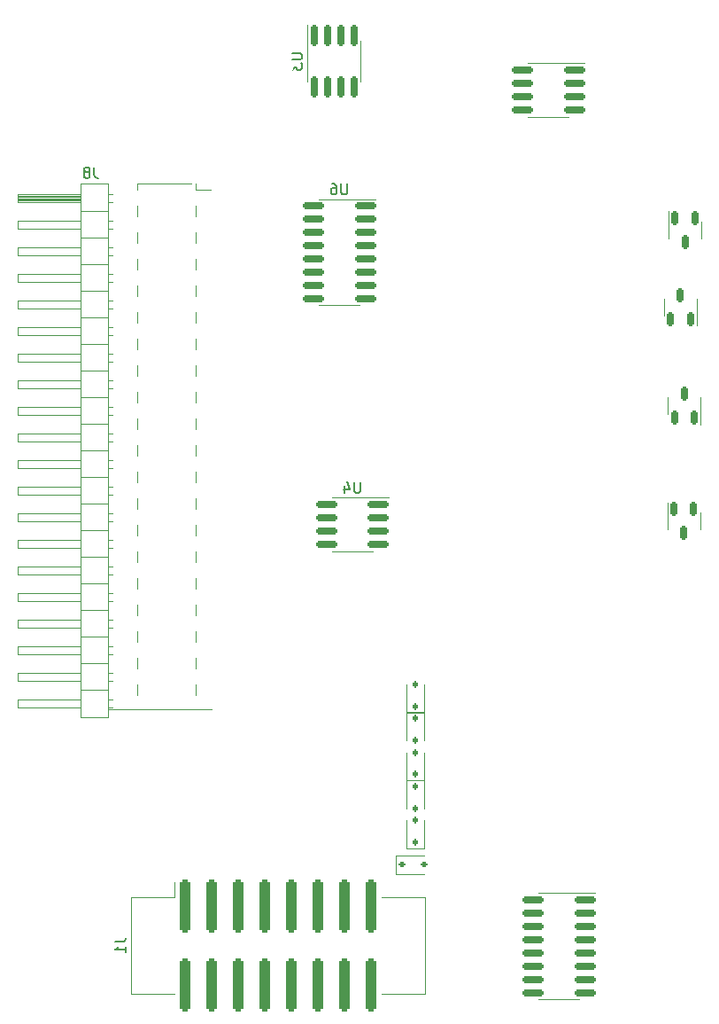
<source format=gbr>
%TF.GenerationSoftware,KiCad,Pcbnew,(7.0.0)*%
%TF.CreationDate,2023-03-28T06:18:24-07:00*%
%TF.ProjectId,wyw_r,7779775f-722e-46b6-9963-61645f706362,rev?*%
%TF.SameCoordinates,Original*%
%TF.FileFunction,Legend,Bot*%
%TF.FilePolarity,Positive*%
%FSLAX46Y46*%
G04 Gerber Fmt 4.6, Leading zero omitted, Abs format (unit mm)*
G04 Created by KiCad (PCBNEW (7.0.0)) date 2023-03-28 06:18:24*
%MOMM*%
%LPD*%
G01*
G04 APERTURE LIST*
G04 Aperture macros list*
%AMRoundRect*
0 Rectangle with rounded corners*
0 $1 Rounding radius*
0 $2 $3 $4 $5 $6 $7 $8 $9 X,Y pos of 4 corners*
0 Add a 4 corners polygon primitive as box body*
4,1,4,$2,$3,$4,$5,$6,$7,$8,$9,$2,$3,0*
0 Add four circle primitives for the rounded corners*
1,1,$1+$1,$2,$3*
1,1,$1+$1,$4,$5*
1,1,$1+$1,$6,$7*
1,1,$1+$1,$8,$9*
0 Add four rect primitives between the rounded corners*
20,1,$1+$1,$2,$3,$4,$5,0*
20,1,$1+$1,$4,$5,$6,$7,0*
20,1,$1+$1,$6,$7,$8,$9,0*
20,1,$1+$1,$8,$9,$2,$3,0*%
G04 Aperture macros list end*
%ADD10C,0.150000*%
%ADD11C,0.120000*%
%ADD12C,0.100000*%
%ADD13R,1.700000X1.700000*%
%ADD14O,1.700000X1.700000*%
%ADD15RoundRect,0.112500X-0.112500X0.187500X-0.112500X-0.187500X0.112500X-0.187500X0.112500X0.187500X0*%
%ADD16RoundRect,0.150000X-0.150000X0.825000X-0.150000X-0.825000X0.150000X-0.825000X0.150000X0.825000X0*%
%ADD17R,3.150000X1.000000*%
%ADD18RoundRect,0.112500X0.112500X-0.187500X0.112500X0.187500X-0.112500X0.187500X-0.112500X-0.187500X0*%
%ADD19RoundRect,0.150000X0.825000X0.150000X-0.825000X0.150000X-0.825000X-0.150000X0.825000X-0.150000X0*%
%ADD20R,2.290000X3.000000*%
%ADD21RoundRect,0.255000X-0.255000X2.245000X-0.255000X-2.245000X0.255000X-2.245000X0.255000X2.245000X0*%
%ADD22RoundRect,0.150000X0.150000X-0.512500X0.150000X0.512500X-0.150000X0.512500X-0.150000X-0.512500X0*%
%ADD23RoundRect,0.150000X0.850000X0.150000X-0.850000X0.150000X-0.850000X-0.150000X0.850000X-0.150000X0*%
%ADD24RoundRect,0.150000X-0.150000X0.512500X-0.150000X-0.512500X0.150000X-0.512500X0.150000X0.512500X0*%
%ADD25RoundRect,0.112500X-0.187500X-0.112500X0.187500X-0.112500X0.187500X0.112500X-0.187500X0.112500X0*%
G04 APERTURE END LIST*
D10*
%TO.C,U3*%
X37467380Y-44988095D02*
X38276904Y-44988095D01*
X38276904Y-44988095D02*
X38372142Y-45035714D01*
X38372142Y-45035714D02*
X38419761Y-45083333D01*
X38419761Y-45083333D02*
X38467380Y-45178571D01*
X38467380Y-45178571D02*
X38467380Y-45369047D01*
X38467380Y-45369047D02*
X38419761Y-45464285D01*
X38419761Y-45464285D02*
X38372142Y-45511904D01*
X38372142Y-45511904D02*
X38276904Y-45559523D01*
X38276904Y-45559523D02*
X37467380Y-45559523D01*
X37467380Y-45940476D02*
X37467380Y-46559523D01*
X37467380Y-46559523D02*
X37848333Y-46226190D01*
X37848333Y-46226190D02*
X37848333Y-46369047D01*
X37848333Y-46369047D02*
X37895952Y-46464285D01*
X37895952Y-46464285D02*
X37943571Y-46511904D01*
X37943571Y-46511904D02*
X38038809Y-46559523D01*
X38038809Y-46559523D02*
X38276904Y-46559523D01*
X38276904Y-46559523D02*
X38372142Y-46511904D01*
X38372142Y-46511904D02*
X38419761Y-46464285D01*
X38419761Y-46464285D02*
X38467380Y-46369047D01*
X38467380Y-46369047D02*
X38467380Y-46083333D01*
X38467380Y-46083333D02*
X38419761Y-45988095D01*
X38419761Y-45988095D02*
X38372142Y-45940476D01*
%TO.C,J8*%
X18578333Y-55897380D02*
X18578333Y-56611666D01*
X18578333Y-56611666D02*
X18625952Y-56754523D01*
X18625952Y-56754523D02*
X18721190Y-56849761D01*
X18721190Y-56849761D02*
X18864047Y-56897380D01*
X18864047Y-56897380D02*
X18959285Y-56897380D01*
X17959285Y-56325952D02*
X18054523Y-56278333D01*
X18054523Y-56278333D02*
X18102142Y-56230714D01*
X18102142Y-56230714D02*
X18149761Y-56135476D01*
X18149761Y-56135476D02*
X18149761Y-56087857D01*
X18149761Y-56087857D02*
X18102142Y-55992619D01*
X18102142Y-55992619D02*
X18054523Y-55945000D01*
X18054523Y-55945000D02*
X17959285Y-55897380D01*
X17959285Y-55897380D02*
X17768809Y-55897380D01*
X17768809Y-55897380D02*
X17673571Y-55945000D01*
X17673571Y-55945000D02*
X17625952Y-55992619D01*
X17625952Y-55992619D02*
X17578333Y-56087857D01*
X17578333Y-56087857D02*
X17578333Y-56135476D01*
X17578333Y-56135476D02*
X17625952Y-56230714D01*
X17625952Y-56230714D02*
X17673571Y-56278333D01*
X17673571Y-56278333D02*
X17768809Y-56325952D01*
X17768809Y-56325952D02*
X17959285Y-56325952D01*
X17959285Y-56325952D02*
X18054523Y-56373571D01*
X18054523Y-56373571D02*
X18102142Y-56421190D01*
X18102142Y-56421190D02*
X18149761Y-56516428D01*
X18149761Y-56516428D02*
X18149761Y-56706904D01*
X18149761Y-56706904D02*
X18102142Y-56802142D01*
X18102142Y-56802142D02*
X18054523Y-56849761D01*
X18054523Y-56849761D02*
X17959285Y-56897380D01*
X17959285Y-56897380D02*
X17768809Y-56897380D01*
X17768809Y-56897380D02*
X17673571Y-56849761D01*
X17673571Y-56849761D02*
X17625952Y-56802142D01*
X17625952Y-56802142D02*
X17578333Y-56706904D01*
X17578333Y-56706904D02*
X17578333Y-56516428D01*
X17578333Y-56516428D02*
X17625952Y-56421190D01*
X17625952Y-56421190D02*
X17673571Y-56373571D01*
X17673571Y-56373571D02*
X17768809Y-56325952D01*
%TO.C,J1*%
X20547380Y-129866666D02*
X21261666Y-129866666D01*
X21261666Y-129866666D02*
X21404523Y-129819047D01*
X21404523Y-129819047D02*
X21499761Y-129723809D01*
X21499761Y-129723809D02*
X21547380Y-129580952D01*
X21547380Y-129580952D02*
X21547380Y-129485714D01*
X21547380Y-130866666D02*
X21547380Y-130295238D01*
X21547380Y-130580952D02*
X20547380Y-130580952D01*
X20547380Y-130580952D02*
X20690238Y-130485714D01*
X20690238Y-130485714D02*
X20785476Y-130390476D01*
X20785476Y-130390476D02*
X20833095Y-130295238D01*
%TO.C,U4*%
X44011904Y-85967380D02*
X44011904Y-86776904D01*
X44011904Y-86776904D02*
X43964285Y-86872142D01*
X43964285Y-86872142D02*
X43916666Y-86919761D01*
X43916666Y-86919761D02*
X43821428Y-86967380D01*
X43821428Y-86967380D02*
X43630952Y-86967380D01*
X43630952Y-86967380D02*
X43535714Y-86919761D01*
X43535714Y-86919761D02*
X43488095Y-86872142D01*
X43488095Y-86872142D02*
X43440476Y-86776904D01*
X43440476Y-86776904D02*
X43440476Y-85967380D01*
X42535714Y-86300714D02*
X42535714Y-86967380D01*
X42773809Y-85919761D02*
X43011904Y-86634047D01*
X43011904Y-86634047D02*
X42392857Y-86634047D01*
%TO.C,U6*%
X42761904Y-57467380D02*
X42761904Y-58276904D01*
X42761904Y-58276904D02*
X42714285Y-58372142D01*
X42714285Y-58372142D02*
X42666666Y-58419761D01*
X42666666Y-58419761D02*
X42571428Y-58467380D01*
X42571428Y-58467380D02*
X42380952Y-58467380D01*
X42380952Y-58467380D02*
X42285714Y-58419761D01*
X42285714Y-58419761D02*
X42238095Y-58372142D01*
X42238095Y-58372142D02*
X42190476Y-58276904D01*
X42190476Y-58276904D02*
X42190476Y-57467380D01*
X41285714Y-57467380D02*
X41476190Y-57467380D01*
X41476190Y-57467380D02*
X41571428Y-57515000D01*
X41571428Y-57515000D02*
X41619047Y-57562619D01*
X41619047Y-57562619D02*
X41714285Y-57705476D01*
X41714285Y-57705476D02*
X41761904Y-57895952D01*
X41761904Y-57895952D02*
X41761904Y-58276904D01*
X41761904Y-58276904D02*
X41714285Y-58372142D01*
X41714285Y-58372142D02*
X41666666Y-58419761D01*
X41666666Y-58419761D02*
X41571428Y-58467380D01*
X41571428Y-58467380D02*
X41380952Y-58467380D01*
X41380952Y-58467380D02*
X41285714Y-58419761D01*
X41285714Y-58419761D02*
X41238095Y-58372142D01*
X41238095Y-58372142D02*
X41190476Y-58276904D01*
X41190476Y-58276904D02*
X41190476Y-58038809D01*
X41190476Y-58038809D02*
X41238095Y-57943571D01*
X41238095Y-57943571D02*
X41285714Y-57895952D01*
X41285714Y-57895952D02*
X41380952Y-57848333D01*
X41380952Y-57848333D02*
X41571428Y-57848333D01*
X41571428Y-57848333D02*
X41666666Y-57895952D01*
X41666666Y-57895952D02*
X41714285Y-57943571D01*
X41714285Y-57943571D02*
X41761904Y-58038809D01*
D11*
%TO.C,D3*%
X50100000Y-114440000D02*
X50100000Y-117100000D01*
X48400000Y-114440000D02*
X50100000Y-114440000D01*
X48400000Y-114440000D02*
X48400000Y-117100000D01*
%TO.C,U3*%
X44060000Y-45750000D02*
X44060000Y-43800000D01*
X44060000Y-45750000D02*
X44060000Y-47700000D01*
X38940000Y-45750000D02*
X38940000Y-42300000D01*
X38940000Y-45750000D02*
X38940000Y-47700000D01*
%TO.C,J8*%
X29725000Y-58040000D02*
X28285000Y-58040000D01*
X28285000Y-105280000D02*
X28285000Y-106300000D01*
X28285000Y-102740000D02*
X28285000Y-103760000D01*
X28285000Y-100200000D02*
X28285000Y-101220000D01*
X28285000Y-97660000D02*
X28285000Y-98680000D01*
X28285000Y-95120000D02*
X28285000Y-96140000D01*
X28285000Y-92580000D02*
X28285000Y-93600000D01*
X28285000Y-90040000D02*
X28285000Y-91060000D01*
X28285000Y-87500000D02*
X28285000Y-88520000D01*
X28285000Y-84960000D02*
X28285000Y-85980000D01*
X28285000Y-82420000D02*
X28285000Y-83440000D01*
X28285000Y-79880000D02*
X28285000Y-80900000D01*
X28285000Y-77340000D02*
X28285000Y-78360000D01*
X28285000Y-74800000D02*
X28285000Y-75820000D01*
X28285000Y-72260000D02*
X28285000Y-73280000D01*
X28285000Y-69720000D02*
X28285000Y-70740000D01*
X28285000Y-67180000D02*
X28285000Y-68200000D01*
X28285000Y-64640000D02*
X28285000Y-65660000D01*
X28285000Y-62100000D02*
X28285000Y-63120000D01*
X28285000Y-59560000D02*
X28285000Y-60580000D01*
X28285000Y-57470000D02*
X28285000Y-58040000D01*
X27875000Y-57470000D02*
X22675000Y-57470000D01*
X22675000Y-105280000D02*
X22675000Y-106300000D01*
X22675000Y-102740000D02*
X22675000Y-103760000D01*
X22675000Y-100200000D02*
X22675000Y-101220000D01*
X22675000Y-97660000D02*
X22675000Y-98680000D01*
X22675000Y-95120000D02*
X22675000Y-96140000D01*
X22675000Y-92580000D02*
X22675000Y-93600000D01*
X22675000Y-90040000D02*
X22675000Y-91060000D01*
X22675000Y-87500000D02*
X22675000Y-88520000D01*
X22675000Y-84960000D02*
X22675000Y-85980000D01*
X22675000Y-82420000D02*
X22675000Y-83440000D01*
X22675000Y-79880000D02*
X22675000Y-80900000D01*
X22675000Y-77340000D02*
X22675000Y-78360000D01*
X22675000Y-74800000D02*
X22675000Y-75820000D01*
X22675000Y-72260000D02*
X22675000Y-73280000D01*
X22675000Y-69720000D02*
X22675000Y-70740000D01*
X22675000Y-67180000D02*
X22675000Y-68200000D01*
X22675000Y-64640000D02*
X22675000Y-65660000D01*
X22675000Y-62100000D02*
X22675000Y-63120000D01*
X22675000Y-59560000D02*
X22675000Y-60580000D01*
X22675000Y-57470000D02*
X22675000Y-58040000D01*
D12*
X21200000Y-107600000D02*
X29800000Y-107600000D01*
D11*
X20317071Y-107440000D02*
X19920000Y-107440000D01*
X20317071Y-106680000D02*
X19920000Y-106680000D01*
X20317071Y-104900000D02*
X19920000Y-104900000D01*
X20317071Y-104140000D02*
X19920000Y-104140000D01*
X20317071Y-102360000D02*
X19920000Y-102360000D01*
X20317071Y-101600000D02*
X19920000Y-101600000D01*
X20317071Y-99820000D02*
X19920000Y-99820000D01*
X20317071Y-99060000D02*
X19920000Y-99060000D01*
X20317071Y-97280000D02*
X19920000Y-97280000D01*
X20317071Y-96520000D02*
X19920000Y-96520000D01*
X20317071Y-94740000D02*
X19920000Y-94740000D01*
X20317071Y-93980000D02*
X19920000Y-93980000D01*
X20317071Y-92200000D02*
X19920000Y-92200000D01*
X20317071Y-91440000D02*
X19920000Y-91440000D01*
X20317071Y-89660000D02*
X19920000Y-89660000D01*
X20317071Y-88900000D02*
X19920000Y-88900000D01*
X20317071Y-87120000D02*
X19920000Y-87120000D01*
X20317071Y-86360000D02*
X19920000Y-86360000D01*
X20317071Y-84580000D02*
X19920000Y-84580000D01*
X20317071Y-83820000D02*
X19920000Y-83820000D01*
X20317071Y-82040000D02*
X19920000Y-82040000D01*
X20317071Y-81280000D02*
X19920000Y-81280000D01*
X20317071Y-79500000D02*
X19920000Y-79500000D01*
X20317071Y-78740000D02*
X19920000Y-78740000D01*
X20317071Y-76960000D02*
X19920000Y-76960000D01*
X20317071Y-76200000D02*
X19920000Y-76200000D01*
X20317071Y-74420000D02*
X19920000Y-74420000D01*
X20317071Y-73660000D02*
X19920000Y-73660000D01*
X20317071Y-71880000D02*
X19920000Y-71880000D01*
X20317071Y-71120000D02*
X19920000Y-71120000D01*
X20317071Y-69340000D02*
X19920000Y-69340000D01*
X20317071Y-68580000D02*
X19920000Y-68580000D01*
X20317071Y-66800000D02*
X19920000Y-66800000D01*
X20317071Y-66040000D02*
X19920000Y-66040000D01*
X20317071Y-64260000D02*
X19920000Y-64260000D01*
X20317071Y-63500000D02*
X19920000Y-63500000D01*
X20317071Y-61720000D02*
X19920000Y-61720000D01*
X20317071Y-60960000D02*
X19920000Y-60960000D01*
X20317071Y-59180000D02*
X19920000Y-59180000D01*
X20317071Y-58420000D02*
X19920000Y-58420000D01*
D12*
X20000000Y-107600000D02*
X28600000Y-107600000D01*
D11*
X19920000Y-108390000D02*
X17260000Y-108390000D01*
X19920000Y-105790000D02*
X17260000Y-105790000D01*
X19920000Y-103250000D02*
X17260000Y-103250000D01*
X19920000Y-100710000D02*
X17260000Y-100710000D01*
X19920000Y-98170000D02*
X17260000Y-98170000D01*
X19920000Y-95630000D02*
X17260000Y-95630000D01*
X19920000Y-93090000D02*
X17260000Y-93090000D01*
X19920000Y-90550000D02*
X17260000Y-90550000D01*
X19920000Y-88010000D02*
X17260000Y-88010000D01*
X19920000Y-85470000D02*
X17260000Y-85470000D01*
X19920000Y-82930000D02*
X17260000Y-82930000D01*
X19920000Y-80390000D02*
X17260000Y-80390000D01*
X19920000Y-77850000D02*
X17260000Y-77850000D01*
X19920000Y-75310000D02*
X17260000Y-75310000D01*
X19920000Y-72770000D02*
X17260000Y-72770000D01*
X19920000Y-70230000D02*
X17260000Y-70230000D01*
X19920000Y-67690000D02*
X17260000Y-67690000D01*
X19920000Y-65150000D02*
X17260000Y-65150000D01*
X19920000Y-62610000D02*
X17260000Y-62610000D01*
X19920000Y-60070000D02*
X17260000Y-60070000D01*
X19920000Y-57470000D02*
X19920000Y-108390000D01*
X17260000Y-108390000D02*
X17260000Y-57470000D01*
X17260000Y-106680000D02*
X11260000Y-106680000D01*
X17260000Y-104140000D02*
X11260000Y-104140000D01*
X17260000Y-101600000D02*
X11260000Y-101600000D01*
X17260000Y-99060000D02*
X11260000Y-99060000D01*
X17260000Y-96520000D02*
X11260000Y-96520000D01*
X17260000Y-93980000D02*
X11260000Y-93980000D01*
X17260000Y-91440000D02*
X11260000Y-91440000D01*
X17260000Y-88900000D02*
X11260000Y-88900000D01*
X17260000Y-86360000D02*
X11260000Y-86360000D01*
X17260000Y-83820000D02*
X11260000Y-83820000D01*
X17260000Y-81280000D02*
X11260000Y-81280000D01*
X17260000Y-78740000D02*
X11260000Y-78740000D01*
X17260000Y-76200000D02*
X11260000Y-76200000D01*
X17260000Y-73660000D02*
X11260000Y-73660000D01*
X17260000Y-71120000D02*
X11260000Y-71120000D01*
X17260000Y-68580000D02*
X11260000Y-68580000D01*
X17260000Y-66040000D02*
X11260000Y-66040000D01*
X17260000Y-63500000D02*
X11260000Y-63500000D01*
X17260000Y-60960000D02*
X11260000Y-60960000D01*
X17260000Y-59080000D02*
X11260000Y-59080000D01*
X17260000Y-58960000D02*
X11260000Y-58960000D01*
X17260000Y-58840000D02*
X11260000Y-58840000D01*
X17260000Y-58720000D02*
X11260000Y-58720000D01*
X17260000Y-58600000D02*
X11260000Y-58600000D01*
X17260000Y-58480000D02*
X11260000Y-58480000D01*
X17260000Y-58420000D02*
X11260000Y-58420000D01*
X17260000Y-57470000D02*
X19920000Y-57470000D01*
X11260000Y-107440000D02*
X17260000Y-107440000D01*
X11260000Y-106680000D02*
X11260000Y-107440000D01*
X11260000Y-104900000D02*
X17260000Y-104900000D01*
X11260000Y-104140000D02*
X11260000Y-104900000D01*
X11260000Y-102360000D02*
X17260000Y-102360000D01*
X11260000Y-101600000D02*
X11260000Y-102360000D01*
X11260000Y-99820000D02*
X17260000Y-99820000D01*
X11260000Y-99060000D02*
X11260000Y-99820000D01*
X11260000Y-97280000D02*
X17260000Y-97280000D01*
X11260000Y-96520000D02*
X11260000Y-97280000D01*
X11260000Y-94740000D02*
X17260000Y-94740000D01*
X11260000Y-93980000D02*
X11260000Y-94740000D01*
X11260000Y-92200000D02*
X17260000Y-92200000D01*
X11260000Y-91440000D02*
X11260000Y-92200000D01*
X11260000Y-89660000D02*
X17260000Y-89660000D01*
X11260000Y-88900000D02*
X11260000Y-89660000D01*
X11260000Y-87120000D02*
X17260000Y-87120000D01*
X11260000Y-86360000D02*
X11260000Y-87120000D01*
X11260000Y-84580000D02*
X17260000Y-84580000D01*
X11260000Y-83820000D02*
X11260000Y-84580000D01*
X11260000Y-82040000D02*
X17260000Y-82040000D01*
X11260000Y-81280000D02*
X11260000Y-82040000D01*
X11260000Y-79500000D02*
X17260000Y-79500000D01*
X11260000Y-78740000D02*
X11260000Y-79500000D01*
X11260000Y-76960000D02*
X17260000Y-76960000D01*
X11260000Y-76200000D02*
X11260000Y-76960000D01*
X11260000Y-74420000D02*
X17260000Y-74420000D01*
X11260000Y-73660000D02*
X11260000Y-74420000D01*
X11260000Y-71880000D02*
X17260000Y-71880000D01*
X11260000Y-71120000D02*
X11260000Y-71880000D01*
X11260000Y-69340000D02*
X17260000Y-69340000D01*
X11260000Y-68580000D02*
X11260000Y-69340000D01*
X11260000Y-66800000D02*
X17260000Y-66800000D01*
X11260000Y-66040000D02*
X11260000Y-66800000D01*
X11260000Y-64260000D02*
X17260000Y-64260000D01*
X11260000Y-63500000D02*
X11260000Y-64260000D01*
X11260000Y-61720000D02*
X17260000Y-61720000D01*
X11260000Y-60960000D02*
X11260000Y-61720000D01*
X11260000Y-59180000D02*
X17260000Y-59180000D01*
X11260000Y-58420000D02*
X11260000Y-59180000D01*
%TO.C,D1*%
X50100000Y-107940000D02*
X50100000Y-110600000D01*
X48400000Y-107940000D02*
X50100000Y-107940000D01*
X48400000Y-107940000D02*
X48400000Y-110600000D01*
%TO.C,D2*%
X48400000Y-114410000D02*
X48400000Y-111750000D01*
X50100000Y-114410000D02*
X48400000Y-114410000D01*
X50100000Y-114410000D02*
X50100000Y-111750000D01*
%TO.C,U1*%
X62000000Y-51060000D02*
X63950000Y-51060000D01*
X62000000Y-51060000D02*
X60050000Y-51060000D01*
X62000000Y-45940000D02*
X65450000Y-45940000D01*
X62000000Y-45940000D02*
X60050000Y-45940000D01*
%TO.C,J1*%
X50230000Y-125615000D02*
X50230000Y-134785000D01*
X46050000Y-125615000D02*
X50230000Y-125615000D01*
X26250000Y-125615000D02*
X26250000Y-124115000D01*
X26250000Y-125615000D02*
X22070000Y-125615000D01*
X22070000Y-125615000D02*
X22070000Y-134785000D01*
X50230000Y-134785000D02*
X46050000Y-134785000D01*
X22070000Y-134785000D02*
X26250000Y-134785000D01*
%TO.C,Q3*%
X73050000Y-69210000D02*
X73050000Y-70010000D01*
X73050000Y-69210000D02*
X73050000Y-68410000D01*
X76170000Y-69210000D02*
X76170000Y-71010000D01*
X76170000Y-69210000D02*
X76170000Y-68410000D01*
%TO.C,U5*%
X63000000Y-135310000D02*
X64950000Y-135310000D01*
X63000000Y-135310000D02*
X61050000Y-135310000D01*
X63000000Y-125190000D02*
X66500000Y-125190000D01*
X63000000Y-125190000D02*
X61050000Y-125190000D01*
%TO.C,U4*%
X43250000Y-92560000D02*
X45200000Y-92560000D01*
X43250000Y-92560000D02*
X41300000Y-92560000D01*
X43250000Y-87440000D02*
X46700000Y-87440000D01*
X43250000Y-87440000D02*
X41300000Y-87440000D01*
%TO.C,Q4*%
X76625000Y-61865000D02*
X76625000Y-61065000D01*
X76625000Y-61865000D02*
X76625000Y-62665000D01*
X73505000Y-61865000D02*
X73505000Y-60065000D01*
X73505000Y-61865000D02*
X73505000Y-62665000D01*
%TO.C,Q1*%
X73440000Y-78630000D02*
X73440000Y-79430000D01*
X73440000Y-78630000D02*
X73440000Y-77830000D01*
X76560000Y-78630000D02*
X76560000Y-80430000D01*
X76560000Y-78630000D02*
X76560000Y-77830000D01*
%TO.C,D12*%
X48400000Y-107910000D02*
X48400000Y-105250000D01*
X50100000Y-107910000D02*
X48400000Y-107910000D01*
X50100000Y-107910000D02*
X50100000Y-105250000D01*
%TO.C,D5*%
X47440000Y-121650000D02*
X50100000Y-121650000D01*
X47440000Y-123350000D02*
X47440000Y-121650000D01*
X47440000Y-123350000D02*
X50100000Y-123350000D01*
%TO.C,D4*%
X48400000Y-120910000D02*
X48400000Y-118250000D01*
X50100000Y-120910000D02*
X48400000Y-120910000D01*
X50100000Y-120910000D02*
X50100000Y-118250000D01*
%TO.C,Q2*%
X76505000Y-89675000D02*
X76505000Y-88875000D01*
X76505000Y-89675000D02*
X76505000Y-90475000D01*
X73385000Y-89675000D02*
X73385000Y-87875000D01*
X73385000Y-89675000D02*
X73385000Y-90475000D01*
%TO.C,U6*%
X42000000Y-69060000D02*
X43950000Y-69060000D01*
X42000000Y-69060000D02*
X40050000Y-69060000D01*
X42000000Y-58940000D02*
X45500000Y-58940000D01*
X42000000Y-58940000D02*
X40050000Y-58940000D01*
%TD*%
%LPC*%
D13*
%TO.C,J49*%
X69499999Y-76999999D03*
D14*
X72039999Y-76999999D03*
X69499999Y-79539999D03*
X72039999Y-79539999D03*
X69499999Y-82079999D03*
X72039999Y-82079999D03*
%TD*%
D13*
%TO.C,J_POT1*%
X41509999Y-33419999D03*
D14*
X41509999Y-35959999D03*
X38969999Y-33419999D03*
X38969999Y-35959999D03*
X36429999Y-33419999D03*
X36429999Y-35959999D03*
%TD*%
D13*
%TO.C,J_JACKS2*%
X62724999Y-111274999D03*
D14*
X62724999Y-108734999D03*
X65264999Y-111274999D03*
X65264999Y-108734999D03*
%TD*%
D13*
%TO.C,J21*%
X34074999Y-51724999D03*
D14*
X36614999Y-51724999D03*
X34074999Y-54264999D03*
X36614999Y-54264999D03*
%TD*%
D13*
%TO.C,J14*%
X47739999Y-63174999D03*
D14*
X50279999Y-63174999D03*
X47739999Y-65714999D03*
X50279999Y-65714999D03*
%TD*%
D13*
%TO.C,J28*%
X29284999Y-113949999D03*
D14*
X26744999Y-113949999D03*
X29284999Y-111409999D03*
X26744999Y-111409999D03*
%TD*%
D13*
%TO.C,J12*%
X58899999Y-56324999D03*
D14*
X58899999Y-58864999D03*
X58899999Y-61404999D03*
%TD*%
D13*
%TO.C,J_DIODE_A2*%
X46499999Y-107249999D03*
D14*
X46499999Y-109789999D03*
X46499999Y-112329999D03*
X46499999Y-114869999D03*
X46499999Y-117409999D03*
X46499999Y-119949999D03*
%TD*%
D13*
%TO.C,J6*%
X42209999Y-71209999D03*
D14*
X44749999Y-71209999D03*
X42209999Y-73749999D03*
X44749999Y-73749999D03*
X42209999Y-76289999D03*
X44749999Y-76289999D03*
%TD*%
D13*
%TO.C,J9*%
X69109999Y-51849999D03*
D14*
X71649999Y-51849999D03*
X74189999Y-51849999D03*
%TD*%
D13*
%TO.C,J33*%
X71209999Y-107309999D03*
D14*
X73749999Y-107309999D03*
X71209999Y-109849999D03*
X73749999Y-109849999D03*
X71209999Y-112389999D03*
X73749999Y-112389999D03*
X71209999Y-114929999D03*
X73749999Y-114929999D03*
X71209999Y-117469999D03*
X73749999Y-117469999D03*
X71209999Y-120009999D03*
X73749999Y-120009999D03*
X71209999Y-122549999D03*
X73749999Y-122549999D03*
X71209999Y-125089999D03*
X73749999Y-125089999D03*
X71209999Y-127629999D03*
X73749999Y-127629999D03*
X71209999Y-130169999D03*
X73749999Y-130169999D03*
X71209999Y-132709999D03*
X73749999Y-132709999D03*
X71209999Y-135249999D03*
X73749999Y-135249999D03*
%TD*%
D13*
%TO.C,J11*%
X64899999Y-56324999D03*
D14*
X64899999Y-58864999D03*
X64899999Y-61404999D03*
%TD*%
D13*
%TO.C,J10*%
X34539999Y-60609999D03*
D14*
X37079999Y-60609999D03*
X34539999Y-63149999D03*
X37079999Y-63149999D03*
X34539999Y-65689999D03*
X37079999Y-65689999D03*
%TD*%
D13*
%TO.C,J4*%
X69149999Y-44099999D03*
D14*
X71689999Y-44099999D03*
X74229999Y-44099999D03*
%TD*%
D13*
%TO.C,J_JACKS1*%
X26719999Y-32219999D03*
D14*
X29259999Y-32219999D03*
X26719999Y-34759999D03*
X29259999Y-34759999D03*
%TD*%
D13*
%TO.C,J13*%
X55409999Y-73859999D03*
D14*
X57949999Y-73859999D03*
X55409999Y-76399999D03*
X57949999Y-76399999D03*
%TD*%
D13*
%TO.C,J_POT4*%
X55774999Y-82224999D03*
D14*
X55774999Y-84764999D03*
X53234999Y-82224999D03*
X53234999Y-84764999D03*
X50694999Y-82224999D03*
X50694999Y-84764999D03*
%TD*%
D13*
%TO.C,J47*%
X64074999Y-96724999D03*
D14*
X64074999Y-99264999D03*
X61534999Y-96724999D03*
X61534999Y-99264999D03*
X58994999Y-96724999D03*
X58994999Y-99264999D03*
X56454999Y-96724999D03*
X56454999Y-99264999D03*
X53914999Y-96724999D03*
X53914999Y-99264999D03*
%TD*%
D13*
%TO.C,J34*%
X25249999Y-40709999D03*
D14*
X27789999Y-40709999D03*
X25249999Y-43249999D03*
X27789999Y-43249999D03*
%TD*%
D13*
%TO.C,J_POT2*%
X30579999Y-118999999D03*
D14*
X30579999Y-121539999D03*
X28039999Y-118999999D03*
X28039999Y-121539999D03*
X25499999Y-118999999D03*
X25499999Y-121539999D03*
%TD*%
D13*
%TO.C,J23*%
X46849999Y-52899999D03*
D14*
X49389999Y-52899999D03*
%TD*%
D13*
%TO.C,J15*%
X55149999Y-46599999D03*
D14*
X55149999Y-49139999D03*
X55149999Y-51679999D03*
%TD*%
D13*
%TO.C,J20*%
X34249999Y-43709999D03*
D14*
X36789999Y-43709999D03*
X34249999Y-46249999D03*
X36789999Y-46249999D03*
%TD*%
D13*
%TO.C,J17*%
X64709999Y-119474999D03*
D14*
X67249999Y-119474999D03*
X64709999Y-122014999D03*
X67249999Y-122014999D03*
%TD*%
D13*
%TO.C,J_POT3*%
X40724999Y-118914999D03*
D14*
X40724999Y-121454999D03*
X38184999Y-118914999D03*
X38184999Y-121454999D03*
X35644999Y-118914999D03*
X35644999Y-121454999D03*
%TD*%
D13*
%TO.C,J19*%
X51999999Y-125209999D03*
D14*
X54539999Y-125209999D03*
X51999999Y-127749999D03*
X54539999Y-127749999D03*
X51999999Y-130289999D03*
X54539999Y-130289999D03*
X51999999Y-132829999D03*
X54539999Y-132829999D03*
X51999999Y-135369999D03*
X54539999Y-135369999D03*
%TD*%
D13*
%TO.C,J_LEDS1*%
X34274999Y-86849999D03*
D14*
X31734999Y-86849999D03*
X34274999Y-84309999D03*
X31734999Y-84309999D03*
X34274999Y-81769999D03*
X31734999Y-81769999D03*
X34274999Y-79229999D03*
X31734999Y-79229999D03*
X34274999Y-76689999D03*
X31734999Y-76689999D03*
X34274999Y-74149999D03*
X31734999Y-74149999D03*
%TD*%
D13*
%TO.C,J30*%
X61974999Y-79174999D03*
D14*
X64514999Y-79174999D03*
X61974999Y-81714999D03*
X64514999Y-81714999D03*
X61974999Y-84254999D03*
X64514999Y-84254999D03*
X61974999Y-86794999D03*
X64514999Y-86794999D03*
X61974999Y-89334999D03*
X64514999Y-89334999D03*
%TD*%
D13*
%TO.C,J38*%
X62274999Y-69024999D03*
D14*
X59734999Y-69024999D03*
X62274999Y-66484999D03*
X59734999Y-66484999D03*
%TD*%
D13*
%TO.C,J39*%
X71224999Y-96474999D03*
D14*
X73764999Y-96474999D03*
X71224999Y-99014999D03*
X73764999Y-99014999D03*
%TD*%
D13*
%TO.C,J27*%
X35849999Y-108699999D03*
D14*
X35849999Y-111239999D03*
%TD*%
D13*
%TO.C,J29*%
X48674999Y-37024999D03*
D14*
X48674999Y-34484999D03*
X51214999Y-37024999D03*
X51214999Y-34484999D03*
X53754999Y-37024999D03*
X53754999Y-34484999D03*
X56294999Y-37024999D03*
X56294999Y-34484999D03*
X58834999Y-37024999D03*
X58834999Y-34484999D03*
%TD*%
D13*
%TO.C,J3*%
X69519999Y-67969999D03*
D14*
X72059999Y-67969999D03*
X69519999Y-70509999D03*
X72059999Y-70509999D03*
X69519999Y-73049999D03*
X72059999Y-73049999D03*
%TD*%
D13*
%TO.C,J24*%
X44024999Y-82274999D03*
D14*
X44024999Y-84814999D03*
X41484999Y-82274999D03*
X41484999Y-84814999D03*
%TD*%
D13*
%TO.C,J25*%
X42849999Y-94974999D03*
D14*
X42849999Y-97514999D03*
%TD*%
D13*
%TO.C,J_DIODE_C1*%
X52099999Y-107399999D03*
D14*
X52099999Y-109939999D03*
X52099999Y-112479999D03*
X52099999Y-115019999D03*
X52099999Y-117559999D03*
X52099999Y-120099999D03*
%TD*%
D13*
%TO.C,J2*%
X69597499Y-86109999D03*
D14*
X72137499Y-86109999D03*
X69597499Y-88649999D03*
X72137499Y-88649999D03*
X69597499Y-91189999D03*
X72137499Y-91189999D03*
%TD*%
D13*
%TO.C,J22*%
X46920899Y-44899999D03*
D14*
X49460899Y-44899999D03*
%TD*%
D13*
%TO.C,J7*%
X69674999Y-58274999D03*
D14*
X72214999Y-58274999D03*
X69674999Y-60814999D03*
X72214999Y-60814999D03*
X69674999Y-63354999D03*
X72214999Y-63354999D03*
%TD*%
D13*
%TO.C,J26*%
X37049999Y-95959999D03*
D14*
X37049999Y-98499999D03*
X34509999Y-95959999D03*
X34509999Y-98499999D03*
%TD*%
D13*
%TO.C,J5*%
X69069999Y-47849999D03*
D14*
X71609999Y-47849999D03*
X74149999Y-47849999D03*
%TD*%
D13*
%TO.C,J16*%
X74409999Y-34749999D03*
D14*
X74409999Y-37289999D03*
X71869999Y-34749999D03*
X71869999Y-37289999D03*
X69329999Y-34749999D03*
X69329999Y-37289999D03*
X66789999Y-34749999D03*
X66789999Y-37289999D03*
X64249999Y-34749999D03*
X64249999Y-37289999D03*
%TD*%
D15*
%TO.C,D3*%
X49250000Y-115000000D03*
X49250000Y-117100000D03*
%TD*%
D16*
%TO.C,U3*%
X39595000Y-43275000D03*
X40865000Y-43275000D03*
X42135000Y-43275000D03*
X43405000Y-43275000D03*
X43405000Y-48225000D03*
X42135000Y-48225000D03*
X40865000Y-48225000D03*
X39595000Y-48225000D03*
%TD*%
D17*
%TO.C,J8*%
X22749999Y-107059999D03*
X28209999Y-107059999D03*
X22749999Y-104519999D03*
X28209999Y-104519999D03*
X22749999Y-101979999D03*
X28209999Y-101979999D03*
X22749999Y-99439999D03*
X28209999Y-99439999D03*
X22749999Y-96899999D03*
X28209999Y-96899999D03*
X22749999Y-94359999D03*
X28209999Y-94359999D03*
X22749999Y-91819999D03*
X28209999Y-91819999D03*
X22749999Y-89279999D03*
X28209999Y-89279999D03*
X22749999Y-86739999D03*
X28209999Y-86739999D03*
X22749999Y-84199999D03*
X28209999Y-84199999D03*
X22749999Y-84199999D03*
X22749999Y-81659999D03*
X28209999Y-81659999D03*
X22749999Y-79119999D03*
X28209999Y-79119999D03*
X22749999Y-76579999D03*
X28209999Y-76579999D03*
X22749999Y-74039999D03*
X28209999Y-74039999D03*
X22749999Y-71499999D03*
X28209999Y-71499999D03*
X22749999Y-68959999D03*
X28209999Y-68959999D03*
X22749999Y-66419999D03*
X28209999Y-66419999D03*
X22749999Y-63879999D03*
X28209999Y-63879999D03*
X22749999Y-61339999D03*
X28209999Y-61339999D03*
X22749999Y-58799999D03*
X28209999Y-58799999D03*
%TD*%
D15*
%TO.C,D1*%
X49250000Y-108500000D03*
X49250000Y-110600000D03*
%TD*%
D18*
%TO.C,D2*%
X49250000Y-113850000D03*
X49250000Y-111750000D03*
%TD*%
D19*
%TO.C,U1*%
X64475000Y-46595000D03*
X64475000Y-47865000D03*
X64475000Y-49135000D03*
X64475000Y-50405000D03*
X59525000Y-50405000D03*
X59525000Y-49135000D03*
X59525000Y-47865000D03*
X59525000Y-46595000D03*
D20*
X61999999Y-48499999D03*
%TD*%
D21*
%TO.C,J1*%
X27260000Y-126400000D03*
X27260000Y-134000000D03*
X29800000Y-126400000D03*
X29800000Y-134000000D03*
X32340000Y-126400000D03*
X32340000Y-134000000D03*
X34880000Y-126400000D03*
X34880000Y-134000000D03*
X37420000Y-126400000D03*
X37420000Y-134000000D03*
X39960000Y-126400000D03*
X39960000Y-134000000D03*
X42500000Y-126400000D03*
X42500000Y-134000000D03*
X45040000Y-126400000D03*
X45040000Y-134000000D03*
%TD*%
D22*
%TO.C,Q3*%
X75560000Y-70347500D03*
X73660000Y-70347500D03*
X74610000Y-68072500D03*
%TD*%
D23*
%TO.C,U5*%
X65500000Y-125805000D03*
X65500000Y-127075000D03*
X65500000Y-128345000D03*
X65500000Y-129615000D03*
X65500000Y-130885000D03*
X65500000Y-132155000D03*
X65500000Y-133425000D03*
X65500000Y-134695000D03*
X60500000Y-134695000D03*
X60500000Y-133425000D03*
X60500000Y-132155000D03*
X60500000Y-130885000D03*
X60500000Y-129615000D03*
X60500000Y-128345000D03*
X60500000Y-127075000D03*
X60500000Y-125805000D03*
%TD*%
D19*
%TO.C,U4*%
X45725000Y-88095000D03*
X45725000Y-89365000D03*
X45725000Y-90635000D03*
X45725000Y-91905000D03*
X40775000Y-91905000D03*
X40775000Y-90635000D03*
X40775000Y-89365000D03*
X40775000Y-88095000D03*
%TD*%
D24*
%TO.C,Q4*%
X74115000Y-60727500D03*
X76015000Y-60727500D03*
X75065000Y-63002500D03*
%TD*%
D22*
%TO.C,Q1*%
X75950000Y-79767500D03*
X74050000Y-79767500D03*
X75000000Y-77492500D03*
%TD*%
D18*
%TO.C,D12*%
X49250000Y-107350000D03*
X49250000Y-105250000D03*
%TD*%
D25*
%TO.C,D5*%
X48000000Y-122500000D03*
X50100000Y-122500000D03*
%TD*%
D18*
%TO.C,D4*%
X49250000Y-120350000D03*
X49250000Y-118250000D03*
%TD*%
D24*
%TO.C,Q2*%
X73995000Y-88537500D03*
X75895000Y-88537500D03*
X74945000Y-90812500D03*
%TD*%
D23*
%TO.C,U6*%
X44500000Y-59555000D03*
X44500000Y-60825000D03*
X44500000Y-62095000D03*
X44500000Y-63365000D03*
X44500000Y-64635000D03*
X44500000Y-65905000D03*
X44500000Y-67175000D03*
X44500000Y-68445000D03*
X39500000Y-68445000D03*
X39500000Y-67175000D03*
X39500000Y-65905000D03*
X39500000Y-64635000D03*
X39500000Y-63365000D03*
X39500000Y-62095000D03*
X39500000Y-60825000D03*
X39500000Y-59555000D03*
%TD*%
M02*

</source>
